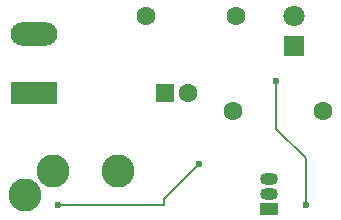
<source format=gbr>
%TF.GenerationSoftware,KiCad,Pcbnew,9.0.2*%
%TF.CreationDate,2025-07-25T11:16:10+05:30*%
%TF.ProjectId,IR,49522e6b-6963-4616-945f-706362585858,rev?*%
%TF.SameCoordinates,Original*%
%TF.FileFunction,Copper,L2,Bot*%
%TF.FilePolarity,Positive*%
%FSLAX46Y46*%
G04 Gerber Fmt 4.6, Leading zero omitted, Abs format (unit mm)*
G04 Created by KiCad (PCBNEW 9.0.2) date 2025-07-25 11:16:10*
%MOMM*%
%LPD*%
G01*
G04 APERTURE LIST*
G04 Aperture macros list*
%AMRoundRect*
0 Rectangle with rounded corners*
0 $1 Rounding radius*
0 $2 $3 $4 $5 $6 $7 $8 $9 X,Y pos of 4 corners*
0 Add a 4 corners polygon primitive as box body*
4,1,4,$2,$3,$4,$5,$6,$7,$8,$9,$2,$3,0*
0 Add four circle primitives for the rounded corners*
1,1,$1+$1,$2,$3*
1,1,$1+$1,$4,$5*
1,1,$1+$1,$6,$7*
1,1,$1+$1,$8,$9*
0 Add four rect primitives between the rounded corners*
20,1,$1+$1,$2,$3,$4,$5,0*
20,1,$1+$1,$4,$5,$6,$7,0*
20,1,$1+$1,$6,$7,$8,$9,0*
20,1,$1+$1,$8,$9,$2,$3,0*%
G04 Aperture macros list end*
%TA.AperFunction,ComponentPad*%
%ADD10C,1.600000*%
%TD*%
%TA.AperFunction,ComponentPad*%
%ADD11RoundRect,0.250000X-0.550000X-0.550000X0.550000X-0.550000X0.550000X0.550000X-0.550000X0.550000X0*%
%TD*%
%TA.AperFunction,ComponentPad*%
%ADD12R,3.960000X1.980000*%
%TD*%
%TA.AperFunction,ComponentPad*%
%ADD13O,3.960000X1.980000*%
%TD*%
%TA.AperFunction,ComponentPad*%
%ADD14R,1.500000X1.050000*%
%TD*%
%TA.AperFunction,ComponentPad*%
%ADD15O,1.500000X1.050000*%
%TD*%
%TA.AperFunction,ComponentPad*%
%ADD16R,1.800000X1.800000*%
%TD*%
%TA.AperFunction,ComponentPad*%
%ADD17C,1.800000*%
%TD*%
%TA.AperFunction,ComponentPad*%
%ADD18C,2.800000*%
%TD*%
%TA.AperFunction,ViaPad*%
%ADD19C,0.600000*%
%TD*%
%TA.AperFunction,Conductor*%
%ADD20C,0.200000*%
%TD*%
G04 APERTURE END LIST*
D10*
%TO.P,R2,1*%
%TO.N,+5V*%
X103000000Y-82000000D03*
%TO.P,R2,2*%
%TO.N,Net-(D1-A)*%
X110620000Y-82000000D03*
%TD*%
D11*
%TO.P,C1,1*%
%TO.N,Net-(C1-Pad1)*%
X104544888Y-88500000D03*
D10*
%TO.P,C1,2*%
%TO.N,Net-(C1-Pad2)*%
X106544888Y-88500000D03*
%TD*%
D12*
%TO.P,J1,1,Pin_1*%
%TO.N,GND*%
X93500000Y-88500000D03*
D13*
%TO.P,J1,2,Pin_2*%
%TO.N,+5V*%
X93500000Y-83500000D03*
%TD*%
D14*
%TO.P,Q1,1,E*%
%TO.N,Net-(D1-K)*%
X113360000Y-98270000D03*
D15*
%TO.P,Q1,2,B*%
%TO.N,Net-(Q1-B)*%
X113360000Y-97000000D03*
%TO.P,Q1,3,C*%
%TO.N,GND*%
X113360000Y-95730000D03*
%TD*%
D10*
%TO.P,R1,1*%
%TO.N,Net-(C1-Pad2)*%
X110380000Y-90000000D03*
%TO.P,R1,2*%
%TO.N,Net-(Q1-B)*%
X118000000Y-90000000D03*
%TD*%
D16*
%TO.P,D1,1,K*%
%TO.N,Net-(D1-K)*%
X115500000Y-84500000D03*
D17*
%TO.P,D1,2,A*%
%TO.N,Net-(D1-A)*%
X115500000Y-81960000D03*
%TD*%
D18*
%TO.P,J2,R*%
%TO.N,unconnected-(J2-PadR)*%
X100600000Y-95100000D03*
%TO.P,J2,S*%
%TO.N,GND*%
X92700000Y-97100000D03*
%TO.P,J2,T*%
%TO.N,Net-(C1-Pad1)*%
X95100000Y-95100000D03*
%TD*%
D19*
%TO.N,Net-(D1-K)*%
X116500000Y-98000000D03*
X114000000Y-87500000D03*
%TO.N,GND*%
X107500000Y-94500000D03*
X95500000Y-98000000D03*
%TD*%
D20*
%TO.N,Net-(D1-K)*%
X116500000Y-94000000D02*
X116500000Y-98000000D01*
X114000000Y-87500000D02*
X114000000Y-91500000D01*
X114000000Y-91500000D02*
X116500000Y-94000000D01*
%TO.N,GND*%
X107500000Y-94500000D02*
X104500000Y-97500000D01*
X104500000Y-98000000D02*
X95500000Y-98000000D01*
X104500000Y-97500000D02*
X104500000Y-98000000D01*
%TD*%
M02*

</source>
